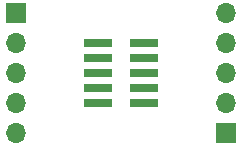
<source format=gbr>
%TF.GenerationSoftware,KiCad,Pcbnew,(6.0.6)*%
%TF.CreationDate,2022-07-22T01:14:47+01:00*%
%TF.ProjectId,SWD_CONN,5357445f-434f-44e4-9e2e-6b696361645f,rev?*%
%TF.SameCoordinates,Original*%
%TF.FileFunction,Soldermask,Top*%
%TF.FilePolarity,Negative*%
%FSLAX46Y46*%
G04 Gerber Fmt 4.6, Leading zero omitted, Abs format (unit mm)*
G04 Created by KiCad (PCBNEW (6.0.6)) date 2022-07-22 01:14:47*
%MOMM*%
%LPD*%
G01*
G04 APERTURE LIST*
%ADD10R,1.700000X1.700000*%
%ADD11O,1.700000X1.700000*%
%ADD12R,2.400000X0.740000*%
G04 APERTURE END LIST*
D10*
%TO.C,J1*%
X119380000Y-80010000D03*
D11*
X119380000Y-82550000D03*
X119380000Y-85090000D03*
X119380000Y-87630000D03*
X119380000Y-90170000D03*
%TD*%
D12*
%TO.C,JM1*%
X130220000Y-87630000D03*
X126320000Y-87630000D03*
X130220000Y-86360000D03*
X126320000Y-86360000D03*
X130220000Y-85090000D03*
X126320000Y-85090000D03*
X130220000Y-83820000D03*
X126320000Y-83820000D03*
X130220000Y-82550000D03*
X126320000Y-82550000D03*
%TD*%
D11*
%TO.C,J2*%
X137160000Y-80005000D03*
X137160000Y-82545000D03*
X137160000Y-85085000D03*
X137160000Y-87625000D03*
D10*
X137160000Y-90165000D03*
%TD*%
M02*

</source>
